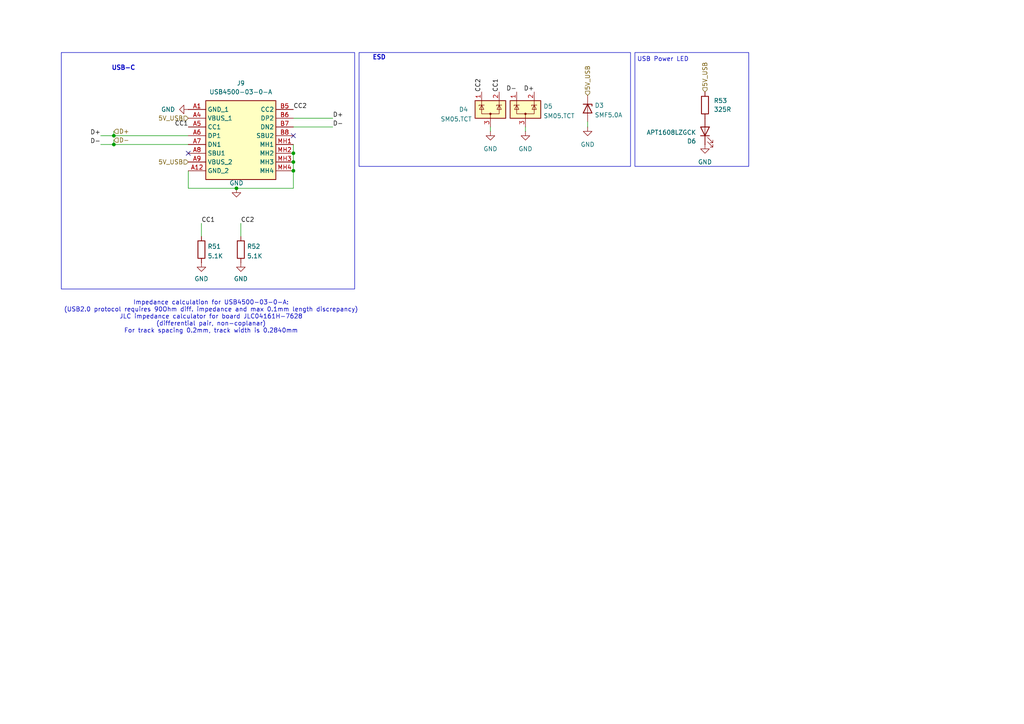
<source format=kicad_sch>
(kicad_sch (version 20250114) (generator "eeschema") (generator_version "9.0")
  (paper "A4")
  (title_block (date "2021-11-17"))
  (lib_symbols
    (symbol "Device:D_Zener" (pin_numbers (hide yes)) (pin_names (offset 1.016) (hide yes))
      (property "Reference" "D" (at 0 2.54 0))
      (property "Value" "D_Zener" (at 0 -2.54 0))
      (symbol "D_Zener_0_1"
        (polyline (pts (xy -1.27 -1.27) (xy -1.27 1.27) (xy -0.762 1.27)) (stroke (width 0.254)))
        (polyline (pts (xy 1.27 0) (xy -1.27 0)))
        (polyline (pts (xy 1.27 -1.27) (xy 1.27 1.27) (xy -1.27 0) (xy 1.27 -1.27)) (stroke (width 0.254)))
      )
      (symbol "D_Zener_1_1"
        (pin passive line (at -3.81 0 0) (length 2.54) (name "K") (number "1"))
        (pin passive line (at 3.81 0 180) (length 2.54) (name "A") (number "2"))
      )
    )
    (symbol "Device:LED" (pin_numbers (hide yes)) (pin_names (offset 1.016) (hide yes))
      (property "Reference" "D" (at 0 2.54 0))
      (property "Value" "LED" (at 0 -2.54 0))
      (symbol "LED_0_1"
        (polyline (pts (xy -3.048 -0.762) (xy -4.572 -2.286) (xy -3.81 -2.286) (xy -4.572 -2.286) (xy -4.572 -1.524)))
        (polyline (pts (xy -1.778 -0.762) (xy -3.302 -2.286) (xy -2.54 -2.286) (xy -3.302 -2.286) (xy -3.302 -1.524)))
        (polyline (pts (xy -1.27 0) (xy 1.27 0)))
        (polyline (pts (xy -1.27 -1.27) (xy -1.27 1.27)) (stroke (width 0.254)))
        (polyline (pts (xy 1.27 -1.27) (xy 1.27 1.27) (xy -1.27 0) (xy 1.27 -1.27)) (stroke (width 0.254)))
      )
      (symbol "LED_1_1"
        (pin passive line (at -3.81 0 0) (length 2.54) (name "K") (number "1"))
        (pin passive line (at 3.81 0 180) (length 2.54) (name "A") (number "2"))
      )
    )
    (symbol "Device:R" (pin_numbers (hide yes)) (pin_names (offset 0))
      (property "Reference" "R" (at 2.032 0 90))
      (property "Value" "R" (at 0 0 90))
      (symbol "R_0_1"
        (rectangle (start -1.016 -2.54) (end 1.016 2.54) (stroke (width 0.254)))
      )
      (symbol "R_1_1"
        (pin passive line (at 0 3.81 270) (length 1.27) (name "~") (number "1"))
        (pin passive line (at 0 -3.81 90) (length 1.27) (name "~") (number "2"))
      )
    )
    (symbol "GND_1" (power) (pin_numbers (hide yes)) (pin_names (offset 0) (hide yes))
      (property "Value" "GND" (at 0 -3.81 0))
      (symbol "GND_1_0_1"
        (polyline (pts (xy 0 0) (xy 0 -1.27) (xy 1.27 -1.27) (xy 0 -2.54) (xy -1.27 -1.27) (xy 0 -1.27)))
      )
      (symbol "GND_1_1_1"
        (pin power_in line (at 0 0 270) (length 0) (name "~") (number "1"))
      )
    )
    (symbol "GND_3" (power) (pin_numbers (hide yes)) (pin_names (offset 0) (hide yes))
      (property "Value" "GND" (at 0 -3.81 0))
      (symbol "GND_3_0_1"
        (polyline (pts (xy 0 0) (xy 0 -1.27) (xy 1.27 -1.27) (xy 0 -2.54) (xy -1.27 -1.27) (xy 0 -1.27)))
      )
      (symbol "GND_3_1_1"
        (pin power_in line (at 0 0 270) (length 0) (name "~") (number "1"))
      )
    )
    (symbol "Power_Protection:SP0502BAHT" (pin_names (hide yes))
      (property "Reference" "D" (at 5.715 2.54 0))
      (property "Value" "SP0502BAHT" (at 5.715 0.635 0))
      (symbol "SP0502BAHT_0_0"
        (pin passive line (at 0 -5.08 90) (length 2.54) (name "A") (number "3"))
      )
      (symbol "SP0502BAHT_0_1"
        (rectangle (start -4.445 2.54) (end 4.445 -2.54) (stroke (width 0.254)) (fill (type background)))
        (polyline (pts (xy -3.302 1.016) (xy -3.302 1.27) (xy -1.905 1.27) (xy -1.778 1.27)))
        (polyline (pts (xy -2.54 2.54) (xy -2.54 1.27)))
        (polyline (pts (xy -2.54 1.27) (xy -2.54 -1.27) (xy 2.54 -1.27) (xy 2.54 1.27)))
        (polyline (pts (xy -2.54 1.27) (xy -1.905 0) (xy -3.175 0) (xy -2.54 1.27)))
        (polyline (pts (xy 0 -1.27) (xy 0 -2.54)))
        (circle (center 0 -1.27) (radius 0.254) (fill (type outline)))
        (polyline (pts (xy 1.778 1.016) (xy 1.778 1.27) (xy 3.175 1.27) (xy 3.302 1.27)))
        (polyline (pts (xy 2.54 2.54) (xy 2.54 1.27)))
        (polyline (pts (xy 2.54 1.27) (xy 1.905 0) (xy 3.175 0) (xy 2.54 1.27)))
      )
      (symbol "SP0502BAHT_1_1"
        (pin passive line (at -2.54 5.08 270) (length 2.54) (name "K") (number "1"))
        (pin passive line (at 2.54 5.08 270) (length 2.54) (name "K") (number "2"))
      )
    )
    (symbol "USB4500-03-0-A:USB4500-03-0-A"
      (property "Reference" "J" (at 26.67 7.62 0))
      (property "Value" "USB4500-03-0-A" (at 26.67 5.08 0))
      (symbol "USB4500-03-0-A_1_1"
        (rectangle (start 5.08 2.54) (end 25.4 -20.32) (stroke (width 0.254)) (fill (type background)))
        (pin passive line (at 0 0 0) (length 5.08) (name "GND_1") (number "A1"))
        (pin passive line (at 0 -2.54 0) (length 5.08) (name "VBUS_1") (number "A4"))
        (pin passive line (at 0 -5.08 0) (length 5.08) (name "CC1") (number "A5"))
        (pin passive line (at 0 -7.62 0) (length 5.08) (name "DP1") (number "A6"))
        (pin passive line (at 0 -10.16 0) (length 5.08) (name "DN1") (number "A7"))
        (pin passive line (at 0 -12.7 0) (length 5.08) (name "SBU1") (number "A8"))
        (pin passive line (at 0 -15.24 0) (length 5.08) (name "VBUS_2") (number "A9"))
        (pin passive line (at 0 -17.78 0) (length 5.08) (name "GND_2") (number "A12"))
        (pin passive line (at 30.48 0 180) (length 5.08) (name "CC2") (number "B5"))
        (pin passive line (at 30.48 -2.54 180) (length 5.08) (name "DP2") (number "B6"))
        (pin passive line (at 30.48 -5.08 180) (length 5.08) (name "DN2") (number "B7"))
        (pin passive line (at 30.48 -7.62 180) (length 5.08) (name "SBU2") (number "B8"))
        (pin passive line (at 30.48 -10.16 180) (length 5.08) (name "MH1") (number "MH1"))
        (pin passive line (at 30.48 -12.7 180) (length 5.08) (name "MH2") (number "MH2"))
        (pin passive line (at 30.48 -15.24 180) (length 5.08) (name "MH3") (number "MH3"))
        (pin passive line (at 30.48 -17.78 180) (length 5.08) (name "MH4") (number "MH4"))
      )
    )
  )
  (rectangle (start 104.14 15.24) (end 182.88 48.26))
  (rectangle (start 184.15 15.24) (end 217.17 48.26))
  (rectangle (start 17.78 15.24) (end 102.87 83.82))
  (text "Impedance calculation for USB4500-03-0-A:\n(USB2.0 protocol requires 90Ohm diff. impedance and max 0.1mm length discrepancy)\nJLC impedance calculator for board JLC04161H-7628\n(differential pair, non-coplanar)\nFor track spacing 0.2mm, track width is 0.2840mm" (at 61.214 91.948 0) (effects (font (size 1.27 1.27))))
  (text "ESD" (at 109.982 16.764 0) (effects (font (size 1.27 1.27) (bold yes))))
  (text "USB-C" (at 35.814 19.812 0) (effects (font (size 1.27 1.27) (bold yes))))
  (text "USB Power LED" (at 192.278 17.272 0) (effects (font (size 1.27 1.27))))
  (junction (at 33.02 41.91))
  (junction (at 33.02 39.37))
  (junction (at 85.09 46.99))
  (junction (at 68.58 54.61))
  (junction (at 85.09 44.45))
  (junction (at 85.09 49.53))
  (no_connect (at 54.61 44.45))
  (no_connect (at 85.09 39.37))
  (wire (pts (xy 54.61 49.53) (xy 54.61 54.61)))
  (wire (pts (xy 85.09 49.53) (xy 85.09 54.61)))
  (wire (pts (xy 85.09 34.29) (xy 96.52 34.29)))
  (wire (pts (xy 85.09 44.45) (xy 85.09 46.99)))
  (wire (pts (xy 85.09 36.83) (xy 96.52 36.83)))
  (wire (pts (xy 85.09 46.99) (xy 85.09 49.53)))
  (wire (pts (xy 170.434 35.306) (xy 170.434 36.83)))
  (wire (pts (xy 142.24 36.83) (xy 142.24 38.1)))
  (wire (pts (xy 58.42 64.77) (xy 58.42 68.58)))
  (wire (pts (xy 29.21 39.37) (xy 33.02 39.37)))
  (wire (pts (xy 69.85 64.77) (xy 69.85 68.58)))
  (wire (pts (xy 33.02 41.91) (xy 54.61 41.91)))
  (wire (pts (xy 33.02 40.64) (xy 33.02 41.91)))
  (wire (pts (xy 33.02 39.37) (xy 54.61 39.37)))
  (wire (pts (xy 85.09 41.91) (xy 85.09 44.45)))
  (wire (pts (xy 33.02 38.1) (xy 33.02 39.37)))
  (wire (pts (xy 54.61 54.61) (xy 68.58 54.61)))
  (wire (pts (xy 85.09 54.61) (xy 68.58 54.61)))
  (wire (pts (xy 152.4 36.83) (xy 152.4 38.1)))
  (wire (pts (xy 29.21 41.91) (xy 33.02 41.91)))
  (label "D-" (at 29.21 41.91 180))
  (label "CC2" (at 139.7 26.67 90))
  (label "D-" (at 96.52 36.83 0))
  (label "CC1" (at 144.78 26.67 90))
  (label "D-" (at 149.86 26.67 180))
  (label "D+" (at 29.21 39.37 180))
  (label "CC2" (at 69.85 64.77 0))
  (label "CC1" (at 58.42 64.77 0))
  (label "CC1" (at 54.61 36.83 180))
  (label "CC2" (at 85.09 31.75 0))
  (label "D+" (at 154.94 26.67 180))
  (label "D+" (at 96.52 34.29 0))
  (hierarchical_label "D+" (shape input) (at 33.02 38.1 0))
  (hierarchical_label "5V_USB" (shape input) (at 170.434 27.686 90))
  (hierarchical_label "5V_USB" (shape input) (at 54.61 34.29 180))
  (hierarchical_label "5V_USB" (shape input) (at 204.47 26.67 90))
  (hierarchical_label "D-" (shape input) (at 33.02 40.64 0))
  (hierarchical_label "5V_USB" (shape input) (at 54.61 46.99 180))
  (symbol (lib_id "Power_Protection:SP0502BAHT") (at 152.4 31.75 0) (unit 1)
    (property "Reference" "D5" (at 157.607 30.8415 0) (effects (justify left)))
    (property "Value" "SM05.TCT" (at 157.607 33.6166 0) (effects (justify left)))
    (property "Footprint" "Insyte_Footprints:SOT95P237X125-3N" (effects (hide yes)))
    (property "Manufacturer_Name" "Semtech" (effects (hide yes)))
    (property "Price 10 Pcs" "0,465" (effects (hide yes)))
    (property "Price 100 Pcs" "0,357" (effects (hide yes)))
    (property "Price 500 Pcs" "0,282" (effects (hide yes)))
    (property "Supplier" "Mouser" (effects (hide yes)))
    (property "LCSC Part #" "C2687125" (effects (hide yes)))
    (property "Manufacturer_Part_Number" "SM05.TCT" (effects (hide yes)))
  )
  (symbol (lib_id "Device:R") (at 58.42 72.39 0) (unit 1)
    (property "Reference" "R51" (at 60.198 71.4815 0) (effects (justify left)))
    (property "Value" "5.1K" (at 60.198 74.2566 0) (effects (justify left)))
    (property "Footprint" "Resistor_SMD:R_0603_1608Metric" (effects (hide yes)))
    (property "Link" "https://nl.mouser.com/ProductDetail/KOA-Speer/RN73H1ETTP5101B25?qs=9tvNVxbbcEqL8Y6tNzw1sw%3D%3D" (effects (hide yes)))
    (property "Manufacturer_Name" "Generic" (effects (hide yes)))
    (property "Price 10 Pcs" "0,026" (effects (hide yes)))
    (property "Price 100 Pcs" "0,011" (effects (hide yes)))
    (property "Price 500 Pcs" "0,006" (effects (hide yes)))
    (property "Supplier" "Generic" (effects (hide yes)))
    (property "LCSC Part #" "C23186" (effects (hide yes)))
    (property "Manufacturer_Part_Number" "RT0603FRD075K1L" (effects (hide yes)))
  )
  (symbol (lib_name "GND_1") (lib_id "power:GND") (at 152.4 38.1 0) (unit 1)
    (property "Reference" "#PWR071" (effects (hide yes)))
    (property "Value" "GND" (at 152.4 43.18 0))
    (property "Description" "Power symbol creates a global label with name \"GND\" , ground" (effects (hide yes)))
  )
  (symbol (lib_name "GND_1") (lib_id "power:GND") (at 142.24 38.1 0) (unit 1)
    (property "Reference" "#PWR069" (effects (hide yes)))
    (property "Value" "GND" (at 142.24 43.18 0))
    (property "Description" "Power symbol creates a global label with name \"GND\" , ground" (effects (hide yes)))
  )
  (symbol (lib_name "GND_1") (lib_id "power:GND") (at 54.61 31.75 270) (unit 1)
    (property "Reference" "#PWR067" (effects (hide yes)))
    (property "Value" "GND" (at 50.8 31.7499 90) (effects (justify right)))
    (property "Description" "Power symbol creates a global label with name \"GND\" , ground" (effects (hide yes)))
  )
  (symbol (lib_id "USB4500-03-0-A:USB4500-03-0-A") (at 54.61 31.75 0) (unit 1)
    (property "Reference" "J9" (at 69.85 24.13 0))
    (property "Value" "USB4500-03-0-A" (at 69.85 26.67 0))
    (property "Footprint" "Insyte_Footprints:USB4500030A" (effects (hide yes)))
    (property "Datasheet" "https://componentsearchengine.com/Datasheets/2/USB4500-03-0-A.pdf" (effects (hide yes)))
    (property "Description" "GCT (GLOBAL CONNECTOR TECHNOLOGY) - USB4500-03-0-A - USB Connector, USB Type C, USB 2.0, Receptacle, 16 Ways, Surface Mount, Through Hole Mount" (effects (hide yes)))
    (property "Mouser Part Number" "640-USB4500030A" (effects (hide yes)))
    (property "Mouser Price/Stock" "https://www.mouser.co.uk/ProductDetail/GCT/USB4500-03-0-A?qs=7D1LtPJG0i2mVyw7UtV%2FkQ%3D%3D" (effects (hide yes)))
    (property "Manufacturer_Name" "GCT (GLOBAL CONNECTOR TECHNOLOGY)" (effects (hide yes)))
    (property "Manufacturer_Part_Number" "USB4500-03-0-A" (effects (hide yes)))
  )
  (symbol (lib_name "GND_3") (lib_id "power:GND") (at 58.42 76.2 0) (unit 1)
    (property "Reference" "#PWR073" (effects (hide yes)))
    (property "Value" "GND" (at 58.42 80.8724 0))
    (property "Description" "Power symbol creates a global label with name \"GND\" , ground" (effects (hide yes)))
  )
  (symbol (lib_id "Power_Protection:SP0502BAHT") (at 142.24 31.75 0) (unit 1)
    (property "Reference" "D4" (at 133.096 31.75 0) (effects (justify left)))
    (property "Value" "SM05.TCT" (at 127.762 34.544 0) (effects (justify left)))
    (property "Footprint" "Insyte_Footprints:SOT95P237X125-3N" (effects (hide yes)))
    (property "Manufacturer_Name" "Semtech" (effects (hide yes)))
    (property "Price 10 Pcs" "0,465" (effects (hide yes)))
    (property "Price 100 Pcs" "0,357" (effects (hide yes)))
    (property "Price 500 Pcs" "0,282" (effects (hide yes)))
    (property "Supplier" "Mouser" (effects (hide yes)))
    (property "LCSC Part #" "C2687125" (effects (hide yes)))
    (property "Manufacturer_Part_Number" "SM05.TCT" (effects (hide yes)))
  )
  (symbol (lib_id "Device:R") (at 69.85 72.39 0) (unit 1)
    (property "Reference" "R52" (at 71.628 71.4815 0) (effects (justify left)))
    (property "Value" "5.1K" (at 71.628 74.2566 0) (effects (justify left)))
    (property "Footprint" "Resistor_SMD:R_0603_1608Metric" (effects (hide yes)))
    (property "Link" "https://nl.mouser.com/ProductDetail/KOA-Speer/RN73H1ETTP5101B25?qs=9tvNVxbbcEqL8Y6tNzw1sw%3D%3D" (effects (hide yes)))
    (property "Manufacturer_Name" "Generic" (effects (hide yes)))
    (property "Price 10 Pcs" "0,026" (effects (hide yes)))
    (property "Price 100 Pcs" "0,011" (effects (hide yes)))
    (property "Price 500 Pcs" "0,006" (effects (hide yes)))
    (property "Supplier" "Generic" (effects (hide yes)))
    (property "LCSC Part #" "C23186" (effects (hide yes)))
    (property "Manufacturer_Part_Number" "RT0603FRD075K1L" (effects (hide yes)))
  )
  (symbol (lib_name "GND_3") (lib_id "power:GND") (at 68.58 54.61 0) (unit 1)
    (property "Reference" "#PWR074" (effects (hide yes)))
    (property "Value" "GND" (at 68.58 53.086 0))
    (property "Description" "Power symbol creates a global label with name \"GND\" , ground" (effects (hide yes)))
  )
  (symbol (lib_name "GND_1") (lib_id "power:GND") (at 170.434 36.83 0) (unit 1)
    (property "Reference" "#PWR076" (effects (hide yes)))
    (property "Value" "GND" (at 170.434 41.91 0))
    (property "Description" "Power symbol creates a global label with name \"GND\" , ground" (effects (hide yes)))
  )
  (symbol (lib_id "Device:R") (at 204.47 30.48 0) (unit 1)
    (property "Reference" "R53" (at 207.01 29.2099 0) (effects (justify left)))
    (property "Value" "325R" (at 207.01 31.7499 0) (effects (justify left)))
    (property "Footprint" "Resistor_SMD:R_0603_1608Metric" (effects (hide yes)))
    (property "Description" "Resistor" (effects (hide yes)))
    (property "Manufacturer_Part_Number" "RC0603FR-1325K5L" (effects (hide yes)))
  )
  (symbol (lib_name "GND_3") (lib_id "power:GND") (at 69.85 76.2 0) (unit 1)
    (property "Reference" "#PWR075" (effects (hide yes)))
    (property "Value" "GND" (at 69.85 80.8724 0))
    (property "Description" "Power symbol creates a global label with name \"GND\" , ground" (effects (hide yes)))
  )
  (symbol (lib_id "Device:D_Zener") (at 170.434 31.496 270) (unit 1)
    (property "Reference" "D3" (at 172.466 30.5875 90) (effects (justify left)))
    (property "Value" "SMF5.0A" (at 172.466 33.3626 90) (effects (justify left)))
    (property "Footprint" "Insyte_Footprints:SODFL3618X110N" (effects (hide yes)))
    (property "Manufacturer_Name" "LittleFuse" (effects (hide yes)))
    (property "Price 10 Pcs" "0,292" (effects (hide yes)))
    (property "Price 100 Pcs" "0,178	" (effects (hide yes)))
    (property "Price 500 Pcs" "0,126	" (effects (hide yes)))
    (property "Supplier" "Mouser" (effects (hide yes)))
    (property "LCSC Part #" "C193402" (effects (hide yes)))
    (property "Manufacturer_Part_Number" "SMF5.0A" (effects (hide yes)))
  )
  (symbol (lib_id "Device:LED") (at 204.47 38.1 90) (unit 1)
    (property "Reference" "D6" (at 201.93 40.9576 90) (effects (justify left)))
    (property "Value" "APT1608LZGCK" (at 201.93 38.4176 90) (effects (justify left)))
    (property "Footprint" "Insyte_Footprints:LEDC1608X85N" (effects (hide yes)))
    (property "Description" "Light emitting diode" (effects (hide yes)))
    (property "Manufacturer_Part_Number" "APT1608LZGCK" (effects (hide yes)))
    (property "Sim.Pins" "1=K 2=A" (effects (hide yes)))
  )
  (symbol (lib_name "GND_1") (lib_id "power:GND") (at 204.47 41.91 0) (unit 1)
    (property "Reference" "#PWR077" (effects (hide yes)))
    (property "Value" "GND" (at 204.47 46.99 0))
    (property "Description" "Power symbol creates a global label with name \"GND\" , ground" (effects (hide yes)))
  )
)
</source>
